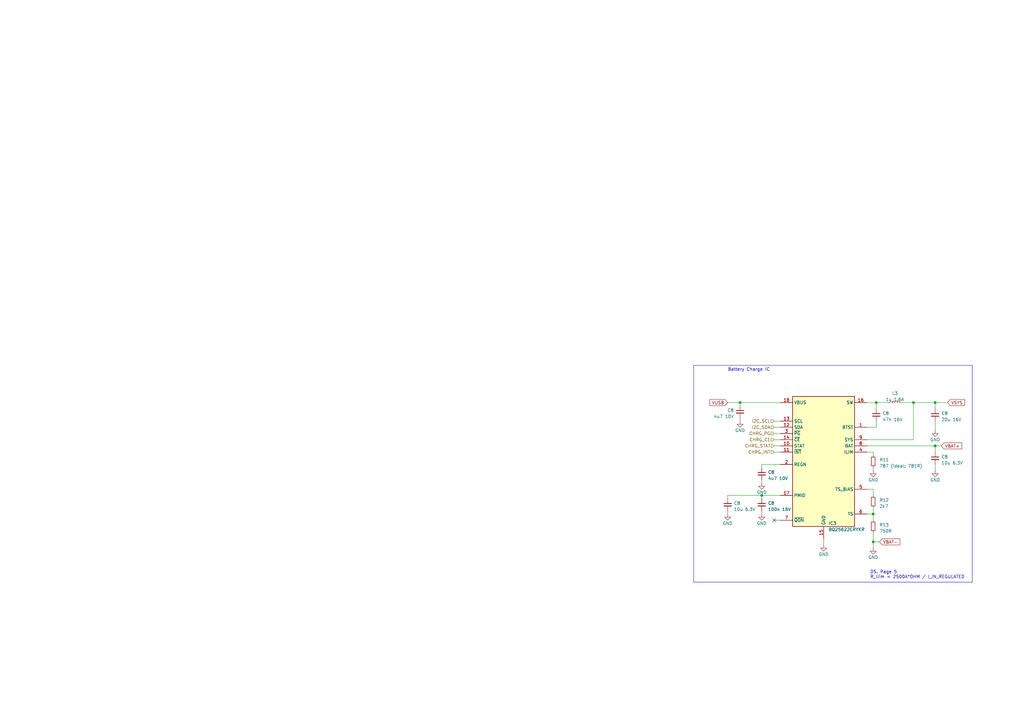
<source format=kicad_sch>
(kicad_sch (version 20230121) (generator eeschema)
  (paper "A3")
  (lib_symbols
    (symbol "ARMband:BQ25622ERYKR"
      (property "Reference" "IC" (at 31.75 11.43 0))
      (property "Value" "BQ25622ERYKR" (at 31.75 8.89 0))
      (symbol "BQ25622ERYKR_1_1"
        (rectangle (start 5.08 5.08) (end 30.48 -48.26) (stroke (width 0.254)) (fill (type background)))
        (pin passive line (at 35.56 -7.62 180) (length 5.08) (name "BTST") (number "1"))
        (pin passive line (at 0 -15.24 0) (length 5.08) (name "STAT") (number "10"))
        (pin passive line (at 0 -17.78 0) (length 5.08) (name "~{INT}") (number "11"))
        (pin passive line (at 0 -7.62 0) (length 5.08) (name "SDA") (number "12"))
        (pin passive line (at 0 -5.08 0) (length 5.08) (name "SCL") (number "13"))
        (pin passive line (at 0 -12.7 0) (length 5.08) (name "~{CE}") (number "14"))
        (pin passive line (at 17.78 -53.34 90) (length 5.08) (name "GND") (number "15"))
        (pin passive line (at 35.56 2.54 180) (length 5.08) (name "SW") (number "16"))
        (pin passive line (at 0 -35.56 0) (length 5.08) (name "PMID") (number "17"))
        (pin passive line (at 0 2.54 0) (length 5.08) (name "VBUS") (number "18"))
        (pin passive line (at 0 -22.86 0) (length 5.08) (name "REGN") (number "2"))
        (pin passive line (at 0 -10.16 0) (length 5.08) (name "~{PG}") (number "3"))
        (pin passive line (at 35.56 -17.78 180) (length 5.08) (name "ILIM") (number "4"))
        (pin passive line (at 35.56 -33.02 180) (length 5.08) (name "TS_BIAS") (number "5"))
        (pin passive line (at 35.56 -43.18 180) (length 5.08) (name "TS") (number "6"))
        (pin passive line (at 0 -45.72 0) (length 5.08) (name "~{QON}") (number "7"))
        (pin passive line (at 35.56 -15.24 180) (length 5.08) (name "BAT") (number "8"))
        (pin passive line (at 35.56 -12.7 180) (length 5.08) (name "SYS") (number "9"))
      )
    )
    (symbol "Device:C_Small" (pin_numbers hide) (pin_names (offset 0.254) hide)
      (property "Reference" "C" (at 0.254 1.778 0))
      (property "Value" "C_Small" (at 0.254 -2.032 0))
      (symbol "C_Small_0_1"
        (polyline (pts (xy -1.524 -0.508) (xy 1.524 -0.508)) (stroke (width 0.3302)))
        (polyline (pts (xy -1.524 0.508) (xy 1.524 0.508)) (stroke (width 0.3048)))
      )
      (symbol "C_Small_1_1"
        (pin passive line (at 0 2.54 270) (length 2.032) (name "~") (number "1"))
        (pin passive line (at 0 -2.54 90) (length 2.032) (name "~") (number "2"))
      )
    )
    (symbol "Device:L_Small" (pin_numbers hide) (pin_names (offset 0.254) hide)
      (property "Reference" "L" (at 0.762 1.016 0))
      (property "Value" "L_Small" (at 0.762 -1.016 0))
      (symbol "L_Small_0_1"
        (arc (start 0 -2.032) (mid 0.5058 -1.524) (end 0 -1.016))
        (arc (start 0 -1.016) (mid 0.5058 -0.508) (end 0 0))
        (arc (start 0 0) (mid 0.5058 0.508) (end 0 1.016))
        (arc (start 0 1.016) (mid 0.5058 1.524) (end 0 2.032))
      )
      (symbol "L_Small_1_1"
        (pin passive line (at 0 2.54 270) (length 0.508) (name "~") (number "1"))
        (pin passive line (at 0 -2.54 90) (length 0.508) (name "~") (number "2"))
      )
    )
    (symbol "Device:R_Small" (pin_numbers hide) (pin_names (offset 0.254) hide)
      (property "Reference" "R" (at 0.762 0.508 0))
      (property "Value" "R_Small" (at 0.762 -1.016 0))
      (symbol "R_Small_0_1"
        (rectangle (start -0.762 1.778) (end 0.762 -1.778) (stroke (width 0.2032)))
      )
      (symbol "R_Small_1_1"
        (pin passive line (at 0 2.54 270) (length 0.762) (name "~") (number "1"))
        (pin passive line (at 0 -2.54 90) (length 0.762) (name "~") (number "2"))
      )
    )
    (symbol "power:GND" (power) (pin_names (offset 0))
      (property "Value" "GND" (at 0 -3.81 0))
      (symbol "GND_0_1"
        (polyline (pts (xy 0 0) (xy 0 -1.27) (xy 1.27 -1.27) (xy 0 -2.54) (xy -1.27 -1.27) (xy 0 -1.27)))
      )
      (symbol "GND_1_1"
        (pin power_in line (at 0 0 270) (length 0) hide (name "GND") (number "1"))
      )
    )
  )
  (junction (at 359.41 165.1))
  (junction (at 383.54 165.1))
  (junction (at 358.14 210.82))
  (junction (at 312.42 203.2))
  (junction (at 303.53 165.1))
  (junction (at 383.54 182.88))
  (junction (at 374.65 165.1))
  (junction (at 358.14 222.25))
  (no_connect (at 317.5 213.36))
  (wire (pts (xy 358.14 200.66) (xy 358.14 203.2)))
  (wire (pts (xy 359.41 165.1) (xy 359.41 167.64)))
  (wire (pts (xy 358.14 191.77) (xy 358.14 193.04)))
  (wire (pts (xy 312.42 196.85) (xy 312.42 198.12)))
  (wire (pts (xy 383.54 190.5) (xy 383.54 193.04)))
  (wire (pts (xy 312.42 209.55) (xy 312.42 210.82)))
  (wire (pts (xy 298.45 203.2) (xy 312.42 203.2)))
  (wire (pts (xy 358.14 222.25) (xy 358.14 224.79)))
  (wire (pts (xy 374.65 165.1) (xy 374.65 180.34)))
  (wire (pts (xy 383.54 182.88) (xy 386.08 182.88)))
  (wire (pts (xy 317.5 182.88) (xy 320.04 182.88)))
  (wire (pts (xy 317.5 172.72) (xy 320.04 172.72)))
  (wire (pts (xy 317.5 177.8) (xy 320.04 177.8)))
  (wire (pts (xy 383.54 182.88) (xy 383.54 185.42)))
  (wire (pts (xy 355.6 210.82) (xy 358.14 210.82)))
  (wire (pts (xy 317.5 213.36) (xy 320.04 213.36)))
  (wire (pts (xy 358.14 210.82) (xy 358.14 213.36)))
  (wire (pts (xy 383.54 165.1) (xy 383.54 167.64)))
  (wire (pts (xy 355.6 180.34) (xy 374.65 180.34)))
  (wire (pts (xy 358.14 208.28) (xy 358.14 210.82)))
  (wire (pts (xy 383.54 172.72) (xy 383.54 176.53)))
  (wire (pts (xy 298.45 165.1) (xy 303.53 165.1)))
  (wire (pts (xy 303.53 171.45) (xy 303.53 172.72)))
  (polyline (pts (xy 284.48 238.76) (xy 398.78 238.76)))
  (wire (pts (xy 312.42 190.5) (xy 312.42 191.77)))
  (wire (pts (xy 355.6 182.88) (xy 383.54 182.88)))
  (wire (pts (xy 359.41 165.1) (xy 364.49 165.1)))
  (wire (pts (xy 355.6 200.66) (xy 358.14 200.66)))
  (wire (pts (xy 317.5 180.34) (xy 320.04 180.34)))
  (polyline (pts (xy 398.78 238.76) (xy 398.78 149.86)))
  (wire (pts (xy 317.5 185.42) (xy 320.04 185.42)))
  (wire (pts (xy 298.45 209.55) (xy 298.45 210.82)))
  (wire (pts (xy 358.14 185.42) (xy 358.14 186.69)))
  (wire (pts (xy 358.14 222.25) (xy 360.68 222.25)))
  (wire (pts (xy 383.54 165.1) (xy 388.62 165.1)))
  (polyline (pts (xy 284.48 149.86) (xy 284.48 238.76)))
  (wire (pts (xy 312.42 203.2) (xy 312.42 204.47)))
  (wire (pts (xy 312.42 190.5) (xy 320.04 190.5)))
  (wire (pts (xy 359.41 172.72) (xy 359.41 175.26)))
  (wire (pts (xy 355.6 165.1) (xy 359.41 165.1)))
  (wire (pts (xy 355.6 185.42) (xy 358.14 185.42)))
  (wire (pts (xy 369.57 165.1) (xy 374.65 165.1)))
  (wire (pts (xy 312.42 203.2) (xy 320.04 203.2)))
  (polyline (pts (xy 398.78 149.86) (xy 284.48 149.86)))
  (wire (pts (xy 374.65 165.1) (xy 383.54 165.1)))
  (wire (pts (xy 358.14 218.44) (xy 358.14 222.25)))
  (wire (pts (xy 359.41 175.26) (xy 355.6 175.26)))
  (wire (pts (xy 303.53 166.37) (xy 303.53 165.1)))
  (wire (pts (xy 317.5 175.26) (xy 320.04 175.26)))
  (wire (pts (xy 337.82 220.98) (xy 337.82 223.52)))
  (wire (pts (xy 298.45 203.2) (xy 298.45 204.47)))
  (wire (pts (xy 303.53 165.1) (xy 320.04 165.1)))
  (text "Battery Charge IC" (at 298.45 152.4 0) (effects (font (size 1.27 1.27)) (justify left bottom)))
  (text "DS. Page 5\nR_Ilim = 2500A*OHM / I_IN_REGULATED" (at 356.87 237.49 0) (effects (font (size 1.27 1.27)) (justify left bottom)))
  (global_label "VBAT+" (shape input) (at 386.08 182.88 0) (property "Intersheetrefs" "${INTERSHEET_REFS}" (effects hide)))
  (global_label "VBAT-" (shape input) (at 360.68 222.25 0) (property "Intersheetrefs" "${INTERSHEET_REFS}" (effects hide)))
  (global_label "VSYS" (shape input) (at 388.62 165.1 0) (property "Intersheetrefs" "${INTERSHEET_REFS}" (effects hide)))
  (global_label "VUSB" (shape input) (at 298.45 165.1 180) (property "Intersheetrefs" "${INTERSHEET_REFS}" (effects hide)))
  (hierarchical_label "CHRG_INT" (shape input) (at 317.5 185.42 180))
  (hierarchical_label "I2C_SDA" (shape input) (at 317.5 175.26 180))
  (hierarchical_label "CHRG_PG" (shape input) (at 317.5 177.8 180))
  (hierarchical_label "I2C_SCL" (shape input) (at 317.5 172.72 180))
  (hierarchical_label "CHRG_STAT" (shape input) (at 317.5 182.88 180))
  (hierarchical_label "CHRG_CE" (shape input) (at 317.5 180.34 180))
  (symbol (lib_id "Device:C_Small") (at 312.42 207.01 0) (mirror y) (unit 1)
    (property "Reference" "C8" (at 314.96 206.3813 0) (effects (justify right)))
    (property "Value" "100n 16V" (at 314.96 208.9213 0) (effects (justify right)))
    (property "Footprint" "Capacitor_SMD:C_0402_1005Metric" (effects hide))
    (property "Datasheet" "https://www.mouser.de/datasheet/2/447/KEM_C1005_Y5V_SMD-3316374.pdf" (effects hide))
    (property "MFN" "80-C0402C104M4V " (effects hide))
    (instances (project "armband" (path "" (reference "C8") (unit 1)) (path "" (reference "C14") (unit 1)) (path "" (reference "C14") (unit 1))))
  )
  (symbol (lib_id "power:GND") (at 358.14 193.04 0) (unit 1)
    (property "Reference" "#PWR014" (effects hide))
    (property "Value" "GND" (at 358.14 196.85 0))
    (instances (project "armband" (path "" (reference "#PWR014") (unit 1)) (path "" (reference "#PWR039") (unit 1)) (path "" (reference "#PWR039") (unit 1))))
  )
  (symbol (lib_id "Device:C_Small") (at 298.45 207.01 0) (mirror y) (unit 1)
    (property "Reference" "C8" (at 300.99 206.3813 0) (effects (justify right)))
    (property "Value" "10u 6.3V" (at 300.99 208.9213 0) (effects (justify right)))
    (property "Footprint" "Capacitor_SMD:C_0402_1005Metric" (effects hide))
    (property "Datasheet" "https://www.mouser.de/datasheet/2/281/1/GRM155R60J106ME05_01A-1983717.pdf" (effects hide))
    (property "MFN" " 81-GRM155R60J106M05D " (effects hide))
    (instances (project "armband" (path "" (reference "C8") (unit 1)) (path "" (reference "C11") (unit 1)) (path "" (reference "C11") (unit 1))))
  )
  (symbol (lib_id "power:GND") (at 298.45 210.82 0) (unit 1)
    (property "Reference" "#PWR014" (effects hide))
    (property "Value" "GND" (at 298.45 214.63 0))
    (instances (project "armband" (path "" (reference "#PWR014") (unit 1)) (path "" (reference "#PWR034") (unit 1)) (path "" (reference "#PWR034") (unit 1))))
  )
  (symbol (lib_id "Device:R_Small") (at 358.14 189.23 0) (unit 1)
    (property "Reference" "R11" (at 360.68 188.595 0) (effects (justify left)))
    (property "Value" "787 (ideal: 781R)" (at 360.68 191.135 0) (effects (justify left)))
    (property "Footprint" "Resistor_SMD:R_0201_0603Metric" (effects hide))
    (property "Datasheet" "https://www.mouser.de/datasheet/2/447/PYu_RC_Group_51_RoHS_L_11-1984063.pdf" (effects hide))
    (property "MFN" " 603-RC0201FR-07787RL " (effects hide))
    (property "Pmax" "50mW" (effects hide))
  )
  (symbol (lib_id "power:GND") (at 312.42 210.82 0) (unit 1)
    (property "Reference" "#PWR014" (effects hide))
    (property "Value" "GND" (at 312.42 214.63 0))
    (instances (project "armband" (path "" (reference "#PWR014") (unit 1)) (path "" (reference "#PWR037") (unit 1)) (path "" (reference "#PWR037") (unit 1))))
  )
  (symbol (lib_id "Device:C_Small") (at 312.42 194.31 0) (mirror y) (unit 1)
    (property "Reference" "C8" (at 314.96 193.6813 0) (effects (justify right)))
    (property "Value" "4u7 10V" (at 314.96 196.2213 0) (effects (justify right)))
    (property "Footprint" "Capacitor_SMD:C_0402_1005Metric" (effects hide))
    (property "Datasheet" "https://www.mouser.de/datasheet/2/585/MLCC-1837944.pdf" (effects hide))
    (property "MFN" "187-CL05A475MP5NRNC " (effects hide))
    (instances (project "armband" (path "" (reference "C8") (unit 1)) (path "" (reference "C13") (unit 1)) (path "" (reference "C13") (unit 1))))
  )
  (symbol (lib_id "Device:C_Small") (at 383.54 187.96 0) (mirror y) (unit 1)
    (property "Reference" "C8" (at 386.08 187.3313 0) (effects (justify right)))
    (property "Value" "10u 6.3V" (at 386.08 189.8713 0) (effects (justify right)))
    (property "Footprint" "Capacitor_SMD:C_0402_1005Metric" (effects hide))
    (property "Datasheet" "https://www.mouser.de/datasheet/2/281/1/GRM155R60J106ME05_01A-1983717.pdf" (effects hide))
    (property "MFN" " 81-GRM155R60J106M05D " (effects hide))
    (instances (project "armband" (path "" (reference "C8") (unit 1)) (path "" (reference "C17") (unit 1)) (path "" (reference "C17") (unit 1))))
  )
  (symbol (lib_id "power:GND") (at 383.54 193.04 0) (unit 1)
    (property "Reference" "#PWR014" (effects hide))
    (property "Value" "GND" (at 383.54 196.85 0))
    (instances (project "armband" (path "" (reference "#PWR014") (unit 1)) (path "" (reference "#PWR042") (unit 1)) (path "" (reference "#PWR042") (unit 1))))
  )
  (symbol (lib_id "power:GND") (at 303.53 172.72 0) (unit 1)
    (property "Reference" "#PWR014" (effects hide))
    (property "Value" "GND" (at 303.53 176.53 0))
    (instances (project "armband" (path "" (reference "#PWR014") (unit 1)) (path "" (reference "#PWR035") (unit 1)) (path "" (reference "#PWR035") (unit 1))))
  )
  (symbol (lib_id "Device:C_Small") (at 359.41 170.18 0) (mirror y) (unit 1)
    (property "Reference" "C8" (at 361.95 169.5513 0) (effects (justify right)))
    (property "Value" "47n 16V" (at 361.95 172.0913 0) (effects (justify right)))
    (property "Footprint" "Capacitor_SMD:C_0201_0603Metric" (effects hide))
    (property "Datasheet" "https://product.tdk.com/system/files/dam/doc/product/capacitor/ceramic/mlcc/catalog/mlcc_commercial_general_en.pdf?ref_disty=mouser" (effects hide))
    (property "MFN" "810-C0603X6S1C473KBC " (effects hide))
    (instances (project "armband" (path "" (reference "C8") (unit 1)) (path "" (reference "C15") (unit 1)) (path "" (reference "C15") (unit 1))))
  )
  (symbol (lib_id "power:GND") (at 358.14 224.79 0) (unit 1)
    (property "Reference" "#PWR014" (effects hide))
    (property "Value" "GND" (at 358.14 228.6 0))
    (instances (project "armband" (path "" (reference "#PWR014") (unit 1)) (path "" (reference "#PWR040") (unit 1)) (path "" (reference "#PWR040") (unit 1))))
  )
  (symbol (lib_id "Device:L_Small") (at 367.03 165.1 90) (unit 1)
    (property "Reference" "L3" (at 367.03 161.29 90))
    (property "Value" "1u 1.6A" (at 367.03 163.83 90))
    (property "Footprint" "Inductor_SMD:L_0603_1608Metric" (effects hide))
    (property "Datasheet" "https://www.mouser.de/datasheet/2/281/1/JETE243A_0037-1699534.pdf" (effects hide))
    (property "MFN" "81-DFE18SAN1R0ME0L" (effects hide))
    (instances (project "armband" (path "" (reference "L3") (unit 1)) (path "" (reference "L2") (unit 1))))
  )
  (symbol (lib_id "Device:R_Small") (at 358.14 205.74 0) (unit 1)
    (property "Reference" "R12" (at 360.68 205.105 0) (effects (justify left)))
    (property "Value" "2k7" (at 360.68 207.645 0) (effects (justify left)))
  )
  (symbol (lib_id "Device:R_Small") (at 358.14 215.9 0) (unit 1)
    (property "Reference" "R13" (at 360.68 215.265 0) (effects (justify left)))
    (property "Value" "750R" (at 360.68 217.805 0) (effects (justify left)))
  )
  (symbol (lib_id "power:GND") (at 312.42 198.12 0) (unit 1)
    (property "Reference" "#PWR014" (effects hide))
    (property "Value" "GND" (at 312.42 201.93 0))
    (instances (project "armband" (path "" (reference "#PWR014") (unit 1)) (path "" (reference "#PWR036") (unit 1)) (path "" (reference "#PWR036") (unit 1))))
  )
  (symbol (lib_id "Device:C_Small") (at 383.54 170.18 0) (mirror y) (unit 1)
    (property "Reference" "C8" (at 386.08 169.5513 0) (effects (justify right)))
    (property "Value" "20u 16V" (at 386.08 172.0913 0) (effects (justify right)))
    (property "Footprint" "ARMband:C_0704" (effects hide))
    (property "Datasheet" "https://www.mouser.de/datasheet/2/281/1/GRMJN7R61C206ME05_01A-1988457.pdf" (effects hide))
    (property "MFN" "81-GRMJN7R61C206ME5D " (effects hide))
    (instances (project "armband" (path "" (reference "C8") (unit 1)) (path "" (reference "C16") (unit 1)) (path "" (reference "C16") (unit 1))))
  )
  (symbol (lib_id "Device:C_Small") (at 303.53 168.91 0) (unit 1)
    (property "Reference" "C8" (at 300.99 168.2813 0) (effects (justify right)))
    (property "Value" "4u7 10V" (at 300.99 170.8213 0) (effects (justify right)))
    (property "Footprint" "Capacitor_SMD:C_0402_1005Metric" (effects hide))
    (property "Datasheet" "https://www.mouser.de/datasheet/2/585/MLCC-1837944.pdf" (effects hide))
    (property "MFN" "187-CL05A475MP5NRNC " (effects hide))
    (instances (project "armband" (path "" (reference "C8") (unit 1)) (path "" (reference "C12") (unit 1)) (path "" (reference "C12") (unit 1))))
  )
  (symbol (lib_id "power:GND") (at 383.54 176.53 0) (unit 1)
    (property "Reference" "#PWR014" (effects hide))
    (property "Value" "GND" (at 383.54 180.34 0))
    (instances (project "armband" (path "" (reference "#PWR014") (unit 1)) (path "" (reference "#PWR041") (unit 1)) (path "" (reference "#PWR041") (unit 1))))
  )
  (symbol (lib_id "ARMband:BQ25622ERYKR") (at 320.04 167.64 0) (unit 1)
    (property "Reference" "IC3" (at 339.7759 214.63 0) (effects (justify left)))
    (property "Value" "BQ25622ERYKR" (at 339.7759 217.17 0) (effects (justify left)))
    (property "Footprint" "ARMband:BQ25620RYKR" (effects hide))
    (property "Datasheet" "https://www.ti.com/lit/ds/symlink/bq25622e.pdf?HQS=dis-mous-null-mousermode-dsf-pf-null-wwe&ts=1691528848117&ref_url=https%253A%252F%252F" (effects hide))
    (property "Height" "0.8" (effects hide))
    (property "Mouser Part Number" "595-BQ25622ERYKR" (effects hide))
    (property "Mouser Price/Stock" "https://www.mouser.co.uk/ProductDetail/Texas-Instruments/BQ25622ERYKR?qs=1Kr7Jg1SGW%2FNPi02DrLnNQ%3D%3D" (effects hide))
    (property "Manufacturer_Name" "Texas Instruments" (effects hide))
    (property "Manufacturer_Part_Number" "BQ25622ERYKR" (effects hide))
    (instances (project "armband" (path "" (reference "IC3") (unit 1)) (path "" (reference "IC5") (unit 1)) (path "" (reference "IC5") (unit 1))))
  )
  (symbol (lib_id "power:GND") (at 337.82 223.52 0) (unit 1)
    (property "Reference" "#PWR014" (effects hide))
    (property "Value" "GND" (at 337.82 227.33 0))
    (instances (project "armband" (path "" (reference "#PWR014") (unit 1)) (path "" (reference "#PWR038") (unit 1)) (path "" (reference "#PWR038") (unit 1))))
  )
)
</source>
